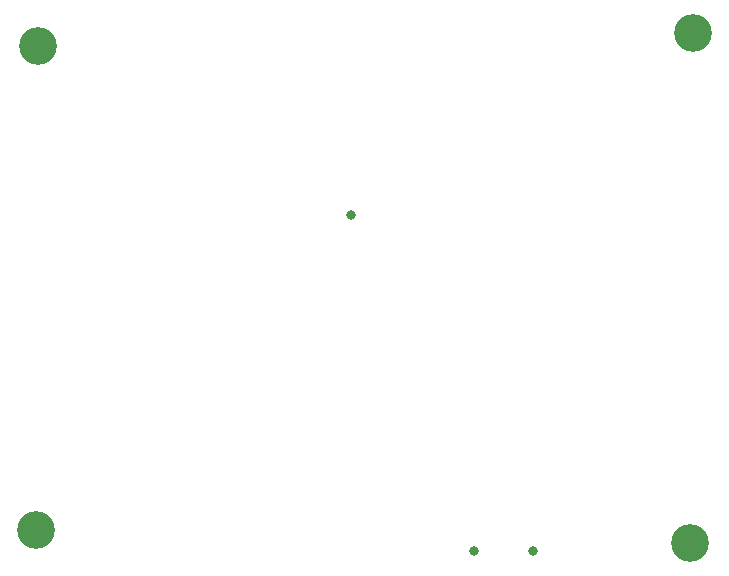
<source format=gbr>
%TF.GenerationSoftware,KiCad,Pcbnew,7.0.2*%
%TF.CreationDate,2023-11-25T19:49:48-03:00*%
%TF.ProjectId,Schematic_monitor,53636865-6d61-4746-9963-5f6d6f6e6974,rev?*%
%TF.SameCoordinates,Original*%
%TF.FileFunction,NonPlated,1,2,NPTH,Drill*%
%TF.FilePolarity,Positive*%
%FSLAX46Y46*%
G04 Gerber Fmt 4.6, Leading zero omitted, Abs format (unit mm)*
G04 Created by KiCad (PCBNEW 7.0.2) date 2023-11-25 19:49:48*
%MOMM*%
%LPD*%
G01*
G04 APERTURE LIST*
%TA.AperFunction,ComponentDrill*%
%ADD10C,0.800000*%
%TD*%
%TA.AperFunction,ComponentDrill*%
%ADD11C,3.200000*%
%TD*%
G04 APERTURE END LIST*
D10*
%TO.C,SW1*%
X153920000Y-129810000D03*
%TO.C,J2*%
X164362920Y-158249961D03*
X169362920Y-158249961D03*
D11*
%TO.C,H6*%
X127307920Y-156524961D03*
%TO.C,H1*%
X127477920Y-115514961D03*
%TO.C,H4*%
X182637920Y-157634961D03*
%TO.C,H2*%
X182917920Y-114404961D03*
M02*

</source>
